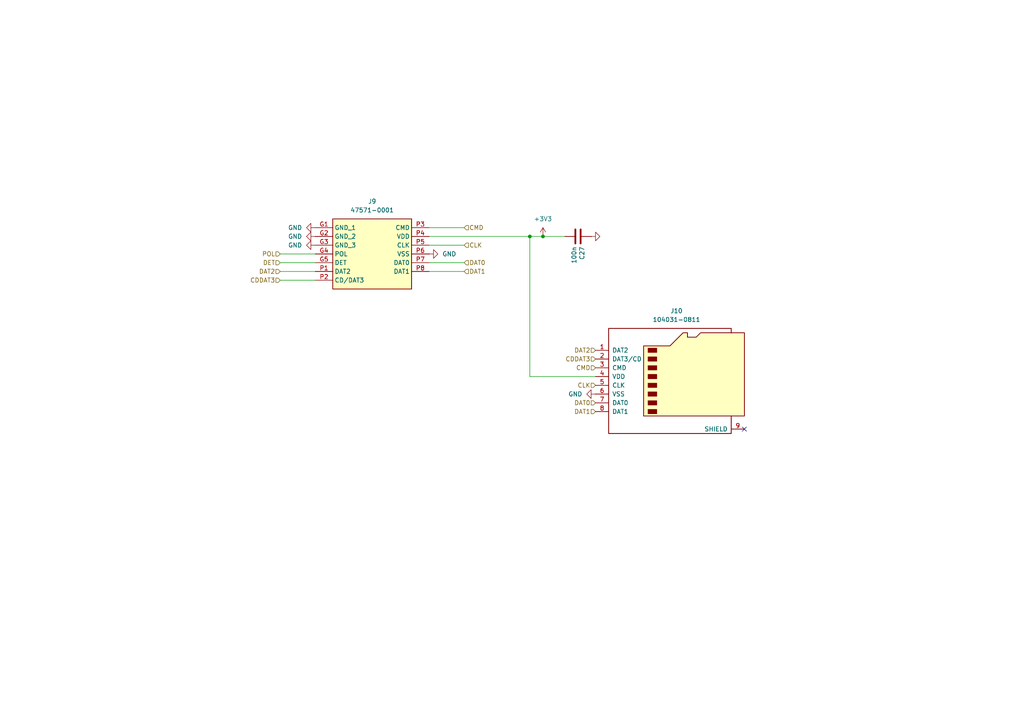
<source format=kicad_sch>
(kicad_sch (version 20250114) (generator "eeschema") (generator_version "9.0")
  (paper "A4")
  (title_block (title "MiniFRANK RM24") (date "2025-04-09") (rev "${VERSION}") (company "Mikhail Matveev") (comment 1 "https://github.com/xtremespb/frank"))
  (lib_symbols
    (symbol "Connector:Micro_SD_Card" (pin_names (offset 1.016))
      (property "Reference" "J" (at -16.51 15.24 0))
      (property "Value" "Micro_SD_Card" (at 16.51 15.24 0))
      (symbol "Micro_SD_Card_0_1"
        (polyline (pts (xy -8.89 -11.43) (xy -8.89 8.89) (xy -1.27 8.89) (xy 2.54 12.7) (xy 3.81 12.7) (xy 3.81 11.43) (xy 6.35 11.43) (xy 7.62 12.7) (xy 20.32 12.7) (xy 20.32 -11.43) (xy -8.89 -11.43)) (stroke (width 0.254)) (fill (type background)))
        (rectangle (start -7.62 8.255) (end -5.08 6.985) (fill (type outline)))
        (rectangle (start -7.62 5.715) (end -5.08 4.445) (fill (type outline)))
        (rectangle (start -7.62 3.175) (end -5.08 1.905) (fill (type outline)))
        (rectangle (start -7.62 0.635) (end -5.08 -0.635) (fill (type outline)))
        (rectangle (start -7.62 -1.905) (end -5.08 -3.175) (fill (type outline)))
        (rectangle (start -7.62 -4.445) (end -5.08 -5.715) (fill (type outline)))
        (rectangle (start -7.62 -6.985) (end -5.08 -8.255) (fill (type outline)))
        (rectangle (start -7.62 -9.525) (end -5.08 -10.795) (fill (type outline)))
        (polyline (pts (xy 16.51 12.7) (xy 16.51 13.97) (xy -19.05 13.97) (xy -19.05 -16.51) (xy 16.51 -16.51) (xy 16.51 -11.43)) (stroke (width 0.254)))
      )
      (symbol "Micro_SD_Card_1_1"
        (pin bidirectional line (at -22.86 7.62 0) (length 3.81) (name "DAT2") (number "1"))
        (pin bidirectional line (at -22.86 5.08 0) (length 3.81) (name "DAT3/CD") (number "2"))
        (pin input line (at -22.86 2.54 0) (length 3.81) (name "CMD") (number "3"))
        (pin power_in line (at -22.86 0 0) (length 3.81) (name "VDD") (number "4"))
        (pin input line (at -22.86 -2.54 0) (length 3.81) (name "CLK") (number "5"))
        (pin power_in line (at -22.86 -5.08 0) (length 3.81) (name "VSS") (number "6"))
        (pin bidirectional line (at -22.86 -7.62 0) (length 3.81) (name "DAT0") (number "7"))
        (pin bidirectional line (at -22.86 -10.16 0) (length 3.81) (name "DAT1") (number "8"))
        (pin passive line (at 20.32 -15.24 180) (length 3.81) (name "SHIELD") (number "9"))
      )
    )
    (symbol "Device:C" (pin_numbers (hide yes)) (pin_names (offset 0.254))
      (property "Reference" "C" (at 0.635 2.54 0))
      (property "Value" "C" (at 0.635 -2.54 0))
      (symbol "C_0_1"
        (polyline (pts (xy -2.032 0.762) (xy 2.032 0.762)) (stroke (width 0.508)))
        (polyline (pts (xy -2.032 -0.762) (xy 2.032 -0.762)) (stroke (width 0.508)))
      )
      (symbol "C_1_1"
        (pin passive line (at 0 3.81 270) (length 2.794) (name "~") (number "1"))
        (pin passive line (at 0 -3.81 90) (length 2.794) (name "~") (number "2"))
      )
    )
    (symbol "FRANK:MicroSD_Short"
      (property "Reference" "SD1" (at 16.51 7.62 0))
      (property "Value" "MicroSD_Short" (at 16.51 5.08 0))
      (symbol "MicroSD_Short_1_1"
        (rectangle (start 5.08 2.54) (end 27.94 -17.78) (stroke (width 0.254)) (fill (type background)))
        (pin passive line (at 0 0 0) (length 5.08) (name "GND_1") (number "G1"))
        (pin passive line (at 0 -2.54 0) (length 5.08) (name "GND_2") (number "G2"))
        (pin passive line (at 0 -5.08 0) (length 5.08) (name "GND_3") (number "G3"))
        (pin passive line (at 0 -7.62 0) (length 5.08) (name "POL") (number "G4"))
        (pin passive line (at 0 -10.16 0) (length 5.08) (name "DET") (number "G5"))
        (pin passive line (at 0 -12.7 0) (length 5.08) (name "DAT2") (number "P1"))
        (pin passive line (at 0 -15.24 0) (length 5.08) (name "CD/DAT3") (number "P2"))
        (pin passive line (at 33.02 0 180) (length 5.08) (name "CMD") (number "P3"))
        (pin passive line (at 33.02 -2.54 180) (length 5.08) (name "VDD") (number "P4"))
        (pin passive line (at 33.02 -5.08 180) (length 5.08) (name "CLK") (number "P5"))
        (pin passive line (at 33.02 -7.62 180) (length 5.08) (name "VSS") (number "P6"))
        (pin passive line (at 33.02 -10.16 180) (length 5.08) (name "DAT0") (number "P7"))
        (pin passive line (at 33.02 -12.7 180) (length 5.08) (name "DAT1") (number "P8"))
      )
    )
    (symbol "GND_1" (power) (pin_numbers (hide yes)) (pin_names (offset 0) (hide yes))
      (property "Value" "GND" (at 0 -3.81 0))
      (symbol "GND_1_0_1"
        (polyline (pts (xy 0 0) (xy 0 -1.27) (xy 1.27 -1.27) (xy 0 -2.54) (xy -1.27 -1.27) (xy 0 -1.27)))
      )
      (symbol "GND_1_1_1"
        (pin power_in line (at 0 0 270) (length 0) (name "~") (number "1"))
      )
    )
    (symbol "power:+3V3" (power) (pin_numbers (hide yes)) (pin_names (offset 0) (hide yes))
      (property "Value" "+3V3" (at 0 3.556 0))
      (symbol "+3V3_0_1"
        (polyline (pts (xy -0.762 1.27) (xy 0 2.54)))
        (polyline (pts (xy 0 2.54) (xy 0.762 1.27)))
        (polyline (pts (xy 0 0) (xy 0 2.54)))
      )
      (symbol "+3V3_1_1"
        (pin power_in line (at 0 0 90) (length 0) (name "~") (number "1"))
      )
    )
    (symbol "power:GND" (power) (pin_numbers (hide yes)) (pin_names (offset 0) (hide yes))
      (property "Value" "GND" (at 0 -3.81 0))
      (symbol "GND_0_1"
        (polyline (pts (xy 0 0) (xy 0 -1.27) (xy 1.27 -1.27) (xy 0 -2.54) (xy -1.27 -1.27) (xy 0 -1.27)))
      )
      (symbol "GND_1_1"
        (pin power_in line (at 0 0 270) (length 0) (name "~") (number "1"))
      )
    )
  )
  (junction (at 157.48 68.58))
  (junction (at 153.67 68.58))
  (no_connect (at 215.9 124.46))
  (wire (pts (xy 172.72 109.22) (xy 153.67 109.22)))
  (wire (pts (xy 124.46 76.2) (xy 134.62 76.2)))
  (wire (pts (xy 124.46 78.74) (xy 134.62 78.74)))
  (wire (pts (xy 81.28 81.28) (xy 91.44 81.28)))
  (wire (pts (xy 81.28 78.74) (xy 91.44 78.74)))
  (wire (pts (xy 124.46 66.04) (xy 134.62 66.04)))
  (wire (pts (xy 157.48 68.58) (xy 163.83 68.58)))
  (wire (pts (xy 124.46 71.12) (xy 134.62 71.12)))
  (wire (pts (xy 153.67 68.58) (xy 157.48 68.58)))
  (wire (pts (xy 81.28 73.66) (xy 91.44 73.66)))
  (wire (pts (xy 124.46 68.58) (xy 153.67 68.58)))
  (wire (pts (xy 81.28 76.2) (xy 91.44 76.2)))
  (wire (pts (xy 153.67 109.22) (xy 153.67 68.58)))
  (hierarchical_label "CLK" (shape input) (at 134.62 71.12 0))
  (hierarchical_label "DAT0" (shape input) (at 134.62 76.2 0))
  (hierarchical_label "DAT1" (shape input) (at 134.62 78.74 0))
  (hierarchical_label "DET" (shape input) (at 81.28 76.2 180))
  (hierarchical_label "CDDAT3" (shape input) (at 172.72 104.14 180))
  (hierarchical_label "CLK" (shape input) (at 172.72 111.76 180))
  (hierarchical_label "DAT0" (shape input) (at 172.72 116.84 180))
  (hierarchical_label "DAT2" (shape input) (at 172.72 101.6 180))
  (hierarchical_label "CDDAT3" (shape input) (at 81.28 81.28 180))
  (hierarchical_label "DAT2" (shape input) (at 81.28 78.74 180))
  (hierarchical_label "CMD" (shape input) (at 172.72 106.68 180))
  (hierarchical_label "POL" (shape input) (at 81.28 73.66 180))
  (hierarchical_label "CMD" (shape input) (at 134.62 66.04 0))
  (hierarchical_label "DAT1" (shape input) (at 172.72 119.38 180))
  (symbol (lib_id "Device:C") (at 167.64 68.58 270) (unit 1)
    (property "Reference" "C27" (at 168.8084 71.501 0) (effects (justify left)))
    (property "Value" "100n" (at 166.497 71.501 0) (effects (justify left)))
    (property "Footprint" "FRANK:Capacitor (0805)" (effects (hide yes)))
    (property "Datasheet" "https://eu.mouser.com/datasheet/2/40/KGM_X7R-3223212.pdf" (effects (hide yes)))
    (property "AliExpress" "https://www.aliexpress.com/item/33008008276.html" (effects (hide yes)))
  )
  (symbol (lib_id "power:+3V3") (at 157.48 68.58 0) (unit 1)
    (property "Reference" "#PWR057" (effects (hide yes)))
    (property "Value" "+3V3" (at 157.48 63.5 0))
    (property "Description" "Power symbol creates a global label with name \"+3V3\"" (effects (hide yes)))
  )
  (symbol (lib_id "power:GND") (at 171.45 68.58 90) (unit 1)
    (property "Reference" "#PWR058" (effects (hide yes)))
    (property "Value" "GND" (effects (hide yes)))
    (property "Description" "Power symbol creates a global label with name \"GND\" , ground" (effects (hide yes)))
  )
  (symbol (lib_name "GND_1") (lib_id "power:GND") (at 91.44 68.58 270) (unit 1)
    (property "Reference" "#PWR056" (effects (hide yes)))
    (property "Value" "GND" (at 87.63 68.5799 90) (effects (justify right)))
    (property "Description" "Power symbol creates a global label with name \"GND\" , ground" (effects (hide yes)))
  )
  (symbol (lib_id "Connector:Micro_SD_Card") (at 195.58 109.22 0) (unit 1)
    (property "Reference" "J10" (at 196.215 90.17 0))
    (property "Value" "104031-0811" (at 196.215 92.71 0))
    (property "Footprint" "FRANK:MicroSD (SMD, long)" (effects (hide yes)))
    (property "Datasheet" "https://www.we-online.com/components/products/datasheet/693072010801.pdf" (effects (hide yes)))
    (property "Description" "Micro SD Card Socket" (effects (hide yes)))
    (property "AliExpress" "https://www.aliexpress.com/item/1005004214252441.html" (effects (hide yes)))
  )
  (symbol (lib_id "FRANK:MicroSD_Short") (at 91.44 66.04 0) (unit 1)
    (property "Reference" "J9" (at 107.95 58.42 0))
    (property "Value" "47571-0001" (at 107.95 60.96 0))
    (property "Footprint" "FRANK:MicroSD (SMD, short)" (effects (hide yes)))
    (property "Datasheet" "https://componentsearchengine.com/Datasheets/2/47571-0001.pdf" (effects (hide yes)))
    (property "Description" "Memory Card Connectors ASSY FOR TFR HEADER HEADER W/DETECT PIN" (effects (hide yes)))
    (property "Height" "2.3" (effects (hide yes)))
    (property "Mouser Part Number" "538-47571-0001" (effects (hide yes)))
    (property "Mouser Price/Stock" "https://www.mouser.co.uk/ProductDetail/Molex/47571-0001?qs=qM7ngqbhX5UTJOg9nqKLJQ%3D%3D" (effects (hide yes)))
    (property "Manufacturer_Name" "Molex" (effects (hide yes)))
    (property "Manufacturer_Part_Number" "47571-0001" (effects (hide yes)))
    (property "AliExpress" "https://www.aliexpress.com/item/1005005302426366.html" (effects (hide yes)))
  )
  (symbol (lib_name "GND_1") (lib_id "power:GND") (at 124.46 73.66 90) (unit 1)
    (property "Reference" "#PWR060" (effects (hide yes)))
    (property "Value" "GND" (at 128.27 73.6599 90) (effects (justify right)))
    (property "Description" "Power symbol creates a global label with name \"GND\" , ground" (effects (hide yes)))
  )
  (symbol (lib_id "power:GND") (at 172.72 114.3 270) (unit 1)
    (property "Reference" "#PWR061" (effects (hide yes)))
    (property "Value" "GND" (at 168.91 114.2999 90) (effects (justify right)))
  )
  (symbol (lib_name "GND_1") (lib_id "power:GND") (at 91.44 71.12 270) (unit 1)
    (property "Reference" "#PWR059" (effects (hide yes)))
    (property "Value" "GND" (at 87.63 71.1199 90) (effects (justify right)))
    (property "Description" "Power symbol creates a global label with name \"GND\" , ground" (effects (hide yes)))
  )
  (symbol (lib_name "GND_1") (lib_id "power:GND") (at 91.44 66.04 270) (unit 1)
    (property "Reference" "#PWR055" (effects (hide yes)))
    (property "Value" "GND" (at 87.63 66.0399 90) (effects (justify right)))
    (property "Description" "Power symbol creates a global label with name \"GND\" , ground" (effects (hide yes)))
  )
)
</source>
